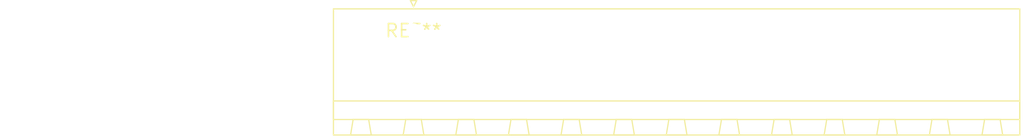
<source format=kicad_pcb>
(kicad_pcb (version 20240108) (generator pcbnew)
  (layers (0 "F.Cu" signal) (31 "B.Cu" signal) (34 "B.Paste" user) (35 "F.Paste" user) (36 "B.SilkS" user "B.Silkscreen") (37 "F.SilkS" user "F.Silkscreen") (38 "B.Mask" user) (39 "F.Mask" user) (44 "Edge.Cuts" user))
  (net 0 "")
  (footprint "PhoenixContact_MSTB_2,5_11-GF-5,08_1x11_P5.08mm_Horizontal_ThreadedFlange" (layer "F.Cu") (at 0 0)
    (property "Reference" "REF**")
    (property "Value" "PhoenixContact_MSTB_2,5_11-GF-5,08_1x11_P5.08mm_Horizontal_ThreadedFlange")
    (fp_line (start -7.73 -2.11) (end -7.73 10.11) (layer "F.SilkS") (stroke (width 0.12)))
    (fp_line (start -7.73 6.81) (end 58.53 6.81) (layer "F.SilkS") (stroke (width 0.12)))
    (fp_line (start -7.73 8.61) (end -7.73 6.81) (layer "F.SilkS") (stroke (width 0.12)))
    (fp_line (start -7.73 10.11) (end 58.53 10.11) (layer "F.SilkS") (stroke (width 0.12)))
    (fp_line (start -6.08 10.11) (end -4.08 10.11) (layer "F.SilkS") (stroke (width 0.12)))
    (fp_line (start -5.83 8.61) (end -6.08 10.11) (layer "F.SilkS") (stroke (width 0.12)))
    (fp_line (start -4.33 8.61) (end -5.83 8.61) (layer "F.SilkS") (stroke (width 0.12)))
    (fp_line (start -4.08 10.11) (end -4.33 8.61) (layer "F.SilkS") (stroke (width 0.12)))
    (fp_line (start -1 10.11) (end 1 10.11) (layer "F.SilkS") (stroke (width 0.12)))
    (fp_line (start -0.75 8.61) (end -1 10.11) (layer "F.SilkS") (stroke (width 0.12)))
    (fp_line (start -0.3 -2.91) (end 0.3 -2.91) (layer "F.SilkS") (stroke (width 0.12)))
    (fp_line (start 0 -2.31) (end -0.3 -2.91) (layer "F.SilkS") (stroke (width 0.12)))
    (fp_line (start 0.3 -2.91) (end 0 -2.31) (layer "F.SilkS") (stroke (width 0.12)))
    (fp_line (start 0.75 8.61) (end -0.75 8.61) (layer "F.SilkS") (stroke (width 0.12)))
    (fp_line (start 1 10.11) (end 0.75 8.61) (layer "F.SilkS") (stroke (width 0.12)))
    (fp_line (start 4.08 10.11) (end 6.08 10.11) (layer "F.SilkS") (stroke (width 0.12)))
    (fp_line (start 4.33 8.61) (end 4.08 10.11) (layer "F.SilkS") (stroke (width 0.12)))
    (fp_line (start 5.83 8.61) (end 4.33 8.61) (layer "F.SilkS") (stroke (width 0.12)))
    (fp_line (start 6.08 10.11) (end 5.83 8.61) (layer "F.SilkS") (stroke (width 0.12)))
    (fp_line (start 9.16 10.11) (end 11.16 10.11) (layer "F.SilkS") (stroke (width 0.12)))
    (fp_line (start 9.41 8.61) (end 9.16 10.11) (layer "F.SilkS") (stroke (width 0.12)))
    (fp_line (start 10.91 8.61) (end 9.41 8.61) (layer "F.SilkS") (stroke (width 0.12)))
    (fp_line (start 11.16 10.11) (end 10.91 8.61) (layer "F.SilkS") (stroke (width 0.12)))
    (fp_line (start 14.24 10.11) (end 16.24 10.11) (layer "F.SilkS") (stroke (width 0.12)))
    (fp_line (start 14.49 8.61) (end 14.24 10.11) (layer "F.SilkS") (stroke (width 0.12)))
    (fp_line (start 15.99 8.61) (end 14.49 8.61) (layer "F.SilkS") (stroke (width 0.12)))
    (fp_line (start 16.24 10.11) (end 15.99 8.61) (layer "F.SilkS") (stroke (width 0.12)))
    (fp_line (start 19.32 10.11) (end 21.32 10.11) (layer "F.SilkS") (stroke (width 0.12)))
    (fp_line (start 19.57 8.61) (end 19.32 10.11) (layer "F.SilkS") (stroke (width 0.12)))
    (fp_line (start 21.07 8.61) (end 19.57 8.61) (layer "F.SilkS") (stroke (width 0.12)))
    (fp_line (start 21.32 10.11) (end 21.07 8.61) (layer "F.SilkS") (stroke (width 0.12)))
    (fp_line (start 24.4 10.11) (end 26.4 10.11) (layer "F.SilkS") (stroke (width 0.12)))
    (fp_line (start 24.65 8.61) (end 24.4 10.11) (layer "F.SilkS") (stroke (width 0.12)))
    (fp_line (start 26.15 8.61) (end 24.65 8.61) (layer "F.SilkS") (stroke (width 0.12)))
    (fp_line (start 26.4 10.11) (end 26.15 8.61) (layer "F.SilkS") (stroke (width 0.12)))
    (fp_line (start 29.48 10.11) (end 31.48 10.11) (layer "F.SilkS") (stroke (width 0.12)))
    (fp_line (start 29.73 8.61) (end 29.48 10.11) (layer "F.SilkS") (stroke (width 0.12)))
    (fp_line (start 31.23 8.61) (end 29.73 8.61) (layer "F.SilkS") (stroke (width 0.12)))
    (fp_line (start 31.48 10.11) (end 31.23 8.61) (layer "F.SilkS") (stroke (width 0.12)))
    (fp_line (start 34.56 10.11) (end 36.56 10.11) (layer "F.SilkS") (stroke (width 0.12)))
    (fp_line (start 34.81 8.61) (end 34.56 10.11) (layer "F.SilkS") (stroke (width 0.12)))
    (fp_line (start 36.31 8.61) (end 34.81 8.61) (layer "F.SilkS") (stroke (width 0.12)))
    (fp_line (start 36.56 10.11) (end 36.31 8.61) (layer "F.SilkS") (stroke (width 0.12)))
    (fp_line (start 39.64 10.11) (end 41.64 10.11) (layer "F.SilkS") (stroke (width 0.12)))
    (fp_line (start 39.89 8.61) (end 39.64 10.11) (layer "F.SilkS") (stroke (width 0.12)))
    (fp_line (start 41.39 8.61) (end 39.89 8.61) (layer "F.SilkS") (stroke (width 0.12)))
    (fp_line (start 41.64 10.11) (end 41.39 8.61) (layer "F.SilkS") (stroke (width 0.12)))
    (fp_line (start 44.72 10.11) (end 46.72 10.11) (layer "F.SilkS") (stroke (width 0.12)))
    (fp_line (start 44.97 8.61) (end 44.72 10.11) (layer "F.SilkS") (stroke (width 0.12)))
    (fp_line (start 46.47 8.61) (end 44.97 8.61) (layer "F.SilkS") (stroke (width 0.12)))
    (fp_line (start 46.72 10.11) (end 46.47 8.61) (layer "F.SilkS") (stroke (width 0.12)))
    (fp_line (start 49.8 10.11) (end 51.8 10.11) (layer "F.SilkS") (stroke (width 0.12)))
    (fp_line (start 50.05 8.61) (end 49.8 10.11) (layer "F.SilkS") (stroke (width 0.12)))
    (fp_line (start 51.55 8.61) (end 50.05 8.61) (layer "F.SilkS") (stroke (width 0.12)))
    (fp_line (start 51.8 10.11) (end 51.55 8.61) (layer "F.SilkS") (stroke (width 0.12)))
    (fp_line (start 54.88 10.11) (end 56.88 10.11) (layer "F.SilkS") (stroke (width 0.12)))
    (fp_line (start 55.13 8.61) (end 54.88 10.11) (layer "F.SilkS") (stroke (width 0.12)))
    (fp_line (start 56.63 8.61) (end 55.13 8.61) (layer "F.SilkS") (stroke (width 0.12)))
    (fp_line (start 56.88 10.11) (end 56.63 8.61) (layer "F.SilkS") (stroke (width 0.12)))
    (fp_line (start 58.53 -2.11) (end -7.73 -2.11) (layer "F.SilkS") (stroke (width 0.12)))
    (fp_line (start 58.53 6.81) (end 58.53 8.61) (layer "F.SilkS") (stroke (width 0.12)))
    (fp_line (start 58.53 8.61) (end -7.73 8.61) (layer "F.SilkS") (stroke (width 0.12)))
    (fp_line (start 58.53 10.11) (end 58.53 -2.11) (layer "F.SilkS") (stroke (width 0.12)))
    (pad "1" thru_hole roundrect (at 0 0) (size 2.08 3.6) (drill 1.4) (layers *.Cu *.Mask) (remove_unused_layers) (roundrect_rratio 0.120192))
    (pad "2" thru_hole oval (at 5.08 0) (size 2.08 3.6) (drill 1.4) (layers *.Cu *.Mask) (remove_unused_layers))
    (pad "3" thru_hole oval (at 10.16 0) (size 2.08 3.6) (drill 1.4) (layers *.Cu *.Mask) (remove_unused_layers))
    (pad "4" thru_hole oval (at 15.24 0) (size 2.08 3.6) (drill 1.4) (layers *.Cu *.Mask) (remove_unused_layers))
    (pad "5" thru_hole oval (at 20.32 0) (size 2.08 3.6) (drill 1.4) (layers *.Cu *.Mask) (remove_unused_layers))
    (pad "6" thru_hole oval (at 25.4 0) (size 2.08 3.6) (drill 1.4) (layers *.Cu *.Mask) (remove_unused_layers))
    (pad "7" thru_hole oval (at 30.48 0) (size 2.08 3.6) (drill 1.4) (layers *.Cu *.Mask) (remove_unused_layers))
    (pad "8" thru_hole oval (at 35.56 0) (size 2.08 3.6) (drill 1.4) (layers *.Cu *.Mask) (remove_unused_layers))
    (pad "9" thru_hole oval (at 40.64 0) (size 2.08 3.6) (drill 1.4) (layers *.Cu *.Mask) (remove_unused_layers))
    (pad "10" thru_hole oval (at 45.72 0) (size 2.08 3.6) (drill 1.4) (layers *.Cu *.Mask) (remove_unused_layers))
    (pad "11" thru_hole oval (at 50.8 0) (size 2.08 3.6) (drill 1.4) (layers *.Cu *.Mask) (remove_unused_layers))
  )
)
</source>
